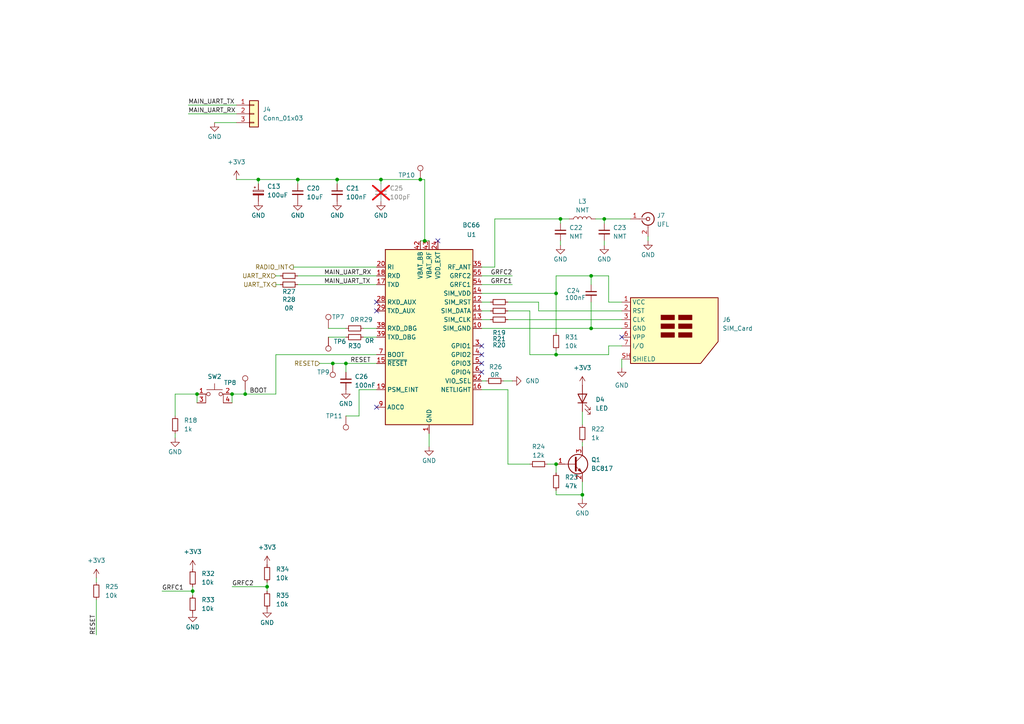
<source format=kicad_sch>
(kicad_sch (version 20250114) (generator "eeschema") (generator_version "9.0")
  (paper "A4")
  (lib_symbols
    (symbol "Connector:Conn_Coaxial" (pin_names (offset 1.016) (hide yes))
      (property "Reference" "J" (at 0.254 3.048 0))
      (property "Value" "Conn_Coaxial" (at 2.921 0 90))
      (symbol "Conn_Coaxial_0_1"
        (polyline (pts (xy -2.54 0) (xy -0.508 0)))
        (arc (start 1.778 0) (mid 0.222 -1.8079) (end -1.778 -0.508) (stroke (width 0.254)))
        (arc (start -1.778 0.508) (mid 0.2221 1.8084) (end 1.778 0) (stroke (width 0.254)))
        (circle (center 0 0) (radius 0.508) (stroke (width 0.2032)))
        (polyline (pts (xy 0 -2.54) (xy 0 -1.778)))
      )
      (symbol "Conn_Coaxial_1_1"
        (pin passive line (at -5.08 0 0) (length 2.54) (name "In") (number "1"))
        (pin passive line (at 0 -5.08 90) (length 2.54) (name "Ext") (number "2"))
      )
    )
    (symbol "Connector:SIM_Card"
      (property "Reference" "J6" (at 16.51 2.5401 0))
      (property "Value" "SIM_Card" (at 16.51 0.0001 0))
      (symbol "SIM_Card_0_1"
        (polyline (pts (xy -10.16 8.89) (xy 15.24 8.89) (xy 15.24 -3.81) (xy 10.16 -10.16) (xy -10.16 -10.16) (xy -10.16 8.89)) (stroke (width 0.254)) (fill (type background)))
        (rectangle (start -1.27 2.54) (end 2.54 3.81) (stroke (width 0.254)) (fill (type outline)))
        (rectangle (start -1.27 0) (end 2.54 1.27) (stroke (width 0.254)) (fill (type outline)))
        (rectangle (start -1.27 -2.54) (end 2.54 -1.27) (stroke (width 0.254)) (fill (type outline)))
        (rectangle (start 3.81 2.54) (end 7.62 3.81) (stroke (width 0.254)) (fill (type outline)))
        (rectangle (start 3.81 0) (end 7.62 1.27) (stroke (width 0.254)) (fill (type outline)))
        (rectangle (start 3.81 -1.27) (end 7.62 -2.54) (stroke (width 0.254)) (fill (type outline)))
      )
      (symbol "SIM_Card_1_1"
        (pin power_in line (at -12.7 7.62 0) (length 2.54) (name "VCC") (number "1"))
        (pin input line (at -12.7 5.08 0) (length 2.54) (name "RST") (number "2"))
        (pin input line (at -12.7 2.54 0) (length 2.54) (name "CLK") (number "3"))
        (pin power_in line (at -12.7 0 0) (length 2.54) (name "GND") (number "5"))
        (pin input line (at -12.7 -2.54 0) (length 2.54) (name "VPP") (number "6"))
        (pin bidirectional line (at -12.7 -5.08 0) (length 2.54) (name "I/O") (number "7"))
        (pin bidirectional line (at -12.7 -8.89 0) (length 2.54) (name "SHIELD") (number "SH"))
      )
    )
    (symbol "Connector:TestPoint" (pin_numbers (hide yes)) (pin_names (offset 0.762) (hide yes))
      (property "Reference" "TP" (at 0 6.858 0))
      (property "Value" "TestPoint" (at 0 5.08 0))
      (symbol "TestPoint_0_1"
        (circle (center 0 3.302) (radius 0.762))
      )
      (symbol "TestPoint_1_1"
        (pin passive line (at 0 0 90) (length 2.54) (name "1") (number "1"))
      )
    )
    (symbol "Connector_Generic:Conn_01x03" (pin_names (offset 1.016) (hide yes))
      (property "Reference" "J" (at 0 5.08 0))
      (property "Value" "Conn_01x03" (at 0 -5.08 0))
      (symbol "Conn_01x03_1_1"
        (rectangle (start -1.27 3.81) (end 1.27 -3.81) (stroke (width 0.254)) (fill (type background)))
        (rectangle (start -1.27 2.667) (end 0 2.413) (stroke (width 0.1524)))
        (rectangle (start -1.27 0.127) (end 0 -0.127) (stroke (width 0.1524)))
        (rectangle (start -1.27 -2.413) (end 0 -2.667) (stroke (width 0.1524)))
        (pin passive line (at -5.08 2.54 0) (length 3.81) (name "Pin_1") (number "1"))
        (pin passive line (at -5.08 0 0) (length 3.81) (name "Pin_2") (number "2"))
        (pin passive line (at -5.08 -2.54 0) (length 3.81) (name "Pin_3") (number "3"))
      )
    )
    (symbol "Device:C_Polarized_Small" (pin_numbers (hide yes)) (pin_names (offset 0.254) (hide yes))
      (property "Reference" "C" (at 0.254 1.778 0))
      (property "Value" "C_Polarized_Small" (at 0.254 -2.032 0))
      (symbol "C_Polarized_Small_0_1"
        (rectangle (start -1.524 0.6858) (end 1.524 0.3048))
        (rectangle (start -1.524 -0.3048) (end 1.524 -0.6858) (fill (type outline)))
        (polyline (pts (xy -1.27 1.524) (xy -0.762 1.524)))
        (polyline (pts (xy -1.016 1.27) (xy -1.016 1.778)))
      )
      (symbol "C_Polarized_Small_1_1"
        (pin passive line (at 0 2.54 270) (length 1.8542) (name "~") (number "1"))
        (pin passive line (at 0 -2.54 90) (length 1.8542) (name "~") (number "2"))
      )
    )
    (symbol "Device:C_Small" (pin_numbers (hide yes)) (pin_names (offset 0.254) (hide yes))
      (property "Reference" "C" (at 0.254 1.778 0))
      (property "Value" "C_Small" (at 0.254 -2.032 0))
      (symbol "C_Small_0_1"
        (polyline (pts (xy -1.524 0.508) (xy 1.524 0.508)) (stroke (width 0.3048)))
        (polyline (pts (xy -1.524 -0.508) (xy 1.524 -0.508)) (stroke (width 0.3302)))
      )
      (symbol "C_Small_1_1"
        (pin passive line (at 0 2.54 270) (length 2.032) (name "~") (number "1"))
        (pin passive line (at 0 -2.54 90) (length 2.032) (name "~") (number "2"))
      )
    )
    (symbol "Device:L" (pin_numbers (hide yes)) (pin_names (offset 1.016) (hide yes))
      (property "Reference" "L" (at -1.27 0 90))
      (property "Value" "L" (at 1.905 0 90))
      (symbol "L_0_1"
        (arc (start 0 2.54) (mid 0.6323 1.905) (end 0 1.27))
        (arc (start 0 1.27) (mid 0.6323 0.635) (end 0 0))
        (arc (start 0 0) (mid 0.6323 -0.635) (end 0 -1.27))
        (arc (start 0 -1.27) (mid 0.6323 -1.905) (end 0 -2.54))
      )
      (symbol "L_1_1"
        (pin passive line (at 0 3.81 270) (length 1.27) (name "1") (number "1"))
        (pin passive line (at 0 -3.81 90) (length 1.27) (name "2") (number "2"))
      )
    )
    (symbol "Device:LED" (pin_numbers (hide yes)) (pin_names (offset 1.016) (hide yes))
      (property "Reference" "D" (at 0 2.54 0))
      (property "Value" "LED" (at 0 -2.54 0))
      (symbol "LED_0_1"
        (polyline (pts (xy -3.048 -0.762) (xy -4.572 -2.286) (xy -3.81 -2.286) (xy -4.572 -2.286) (xy -4.572 -1.524)))
        (polyline (pts (xy -1.778 -0.762) (xy -3.302 -2.286) (xy -2.54 -2.286) (xy -3.302 -2.286) (xy -3.302 -1.524)))
        (polyline (pts (xy -1.27 0) (xy 1.27 0)))
        (polyline (pts (xy -1.27 -1.27) (xy -1.27 1.27)) (stroke (width 0.254)))
        (polyline (pts (xy 1.27 -1.27) (xy 1.27 1.27) (xy -1.27 0) (xy 1.27 -1.27)) (stroke (width 0.254)))
      )
      (symbol "LED_1_1"
        (pin passive line (at -3.81 0 0) (length 2.54) (name "K") (number "1"))
        (pin passive line (at 3.81 0 180) (length 2.54) (name "A") (number "2"))
      )
    )
    (symbol "Device:R_Small" (pin_numbers (hide yes)) (pin_names (offset 0.254) (hide yes))
      (property "Reference" "R" (at 0.762 0.508 0))
      (property "Value" "R_Small" (at 0.762 -1.016 0))
      (symbol "R_Small_0_1"
        (rectangle (start -0.762 1.778) (end 0.762 -1.778) (stroke (width 0.2032)))
      )
      (symbol "R_Small_1_1"
        (pin passive line (at 0 2.54 270) (length 0.762) (name "~") (number "1"))
        (pin passive line (at 0 -2.54 90) (length 0.762) (name "~") (number "2"))
      )
    )
    (symbol "GND_1" (power) (pin_numbers (hide yes)) (pin_names (offset 0) (hide yes))
      (property "Value" "GND" (at 0 -3.81 0))
      (symbol "GND_1_0_1"
        (polyline (pts (xy 0 0) (xy 0 -1.27) (xy 1.27 -1.27) (xy 0 -2.54) (xy -1.27 -1.27) (xy 0 -1.27)))
      )
      (symbol "GND_1_1_1"
        (pin power_in line (at 0 0 270) (length 0) (name "~") (number "1"))
      )
    )
    (symbol "RF_GSM:BC66"
      (property "Reference" "U1" (at -17.526 -29.718 0))
      (property "Value" "BC66" (at -18.796 -26.924 0))
      (symbol "BC66_0_1"
        (rectangle (start -12.7 25.4) (end 12.7 -25.4) (stroke (width 0.254)) (fill (type background)))
      )
      (symbol "BC66_1_1"
        (pin output line (at -15.24 20.32 0) (length 2.54) (name "RI") (number "20"))
        (pin input line (at -15.24 17.78 0) (length 2.54) (name "RXD") (number "18"))
        (pin output line (at -15.24 15.24 0) (length 2.54) (name "TXD") (number "17"))
        (pin input line (at -15.24 10.16 0) (length 2.54) (name "RXD_AUX") (number "28"))
        (pin output line (at -15.24 7.62 0) (length 2.54) (name "TXD_AUX") (number "29"))
        (pin input line (at -15.24 2.54 0) (length 2.54) (name "RXD_DBG") (number "38"))
        (pin output line (at -15.24 0 0) (length 2.54) (name "TXD_DBG") (number "39"))
        (pin input line (at -15.24 -5.08 0) (length 2.54) (name "BOOT") (number "7"))
        (pin input line (at -15.24 -7.62 0) (length 2.54) (name "~{RESET}") (number "15"))
        (pin input line (at -15.24 -15.24 0) (length 2.54) (name "PSM_EINT") (number "19"))
        (pin input line (at -15.24 -20.32 0) (length 2.54) (name "ADC0") (number "9"))
        (pin no_connect line (at -12.7 22.86 0) (length 2.54) (hide yes) (name "RESERVED") (number "8"))
        (pin no_connect line (at -12.7 12.7 0) (length 2.54) (hide yes) (name "RESERVED") (number "21"))
        (pin no_connect line (at -12.7 5.08 0) (length 2.54) (hide yes) (name "RESERVED") (number "22"))
        (pin no_connect line (at -12.7 -2.54 0) (length 2.54) (hide yes) (name "RESERVED") (number "23"))
        (pin no_connect line (at -12.7 -10.16 0) (length 2.54) (hide yes) (name "RESERVED") (number "25"))
        (pin no_connect line (at -12.7 -12.7 0) (length 2.54) (hide yes) (name "RESERVED") (number "51"))
        (pin no_connect line (at -12.7 -17.78 0) (length 2.54) (hide yes) (name "RESERVED") (number "26"))
        (pin no_connect line (at -12.7 -22.86 0) (length 2.54) (hide yes) (name "RESERVED") (number "30"))
        (pin no_connect line (at -10.16 -25.4 90) (length 2.54) (hide yes) (name "RESERVED") (number "31"))
        (pin no_connect line (at -7.62 -25.4 90) (length 2.54) (hide yes) (name "RESERVED") (number "32"))
        (pin no_connect line (at -5.08 25.4 270) (length 2.54) (hide yes) (name "RESERVED") (number "2"))
        (pin no_connect line (at -5.08 -25.4 90) (length 2.54) (hide yes) (name "RESERVED") (number "33"))
        (pin power_in line (at -2.54 27.94 270) (length 2.54) (name "VBAT_BB") (number "42"))
        (pin no_connect line (at -2.54 -25.4 90) (length 2.54) (hide yes) (name "RESERVED") (number "44"))
        (pin power_in line (at 0 27.94 270) (length 2.54) (name "VBAT_RF") (number "43"))
        (pin power_in line (at 0 -27.94 90) (length 2.54) (name "GND") (number "1"))
        (pin passive line (at 0 -27.94 90) (length 2.54) (hide yes) (name "GND") (number "27"))
        (pin passive line (at 0 -27.94 90) (length 2.54) (hide yes) (name "GND") (number "34"))
        (pin passive line (at 0 -27.94 90) (length 2.54) (hide yes) (name "GND") (number "36"))
        (pin passive line (at 0 -27.94 90) (length 2.54) (hide yes) (name "GND") (number "37"))
        (pin passive line (at 0 -27.94 90) (length 2.54) (hide yes) (name "GND") (number "40"))
        (pin passive line (at 0 -27.94 90) (length 2.54) (hide yes) (name "GND") (number "41"))
        (pin power_out line (at 2.54 27.94 270) (length 2.54) (name "VDD_EXT") (number "24"))
        (pin no_connect line (at 5.08 25.4 270) (length 2.54) (hide yes) (name "RESERVED") (number "58"))
        (pin no_connect line (at 5.08 -25.4 90) (length 2.54) (hide yes) (name "RESERVED") (number "45"))
        (pin no_connect line (at 7.62 -25.4 90) (length 2.54) (hide yes) (name "RESERVED") (number "46"))
        (pin no_connect line (at 10.16 -25.4 90) (length 2.54) (hide yes) (name "RESERVED") (number "47"))
        (pin no_connect line (at 12.7 22.86 180) (length 2.54) (hide yes) (name "RESERVED") (number "57"))
        (pin no_connect line (at 12.7 15.24 180) (length 2.54) (hide yes) (name "RESERVED") (number "56"))
        (pin no_connect line (at 12.7 0 180) (length 2.54) (hide yes) (name "RESERVED") (number "53"))
        (pin no_connect line (at 12.7 -17.78 180) (length 2.54) (hide yes) (name "RESERVED") (number "50"))
        (pin no_connect line (at 12.7 -20.32 180) (length 2.54) (hide yes) (name "RESERVED") (number "49"))
        (pin no_connect line (at 12.7 -22.86 180) (length 2.54) (hide yes) (name "RESERVED") (number "48"))
        (pin passive line (at 15.24 20.32 180) (length 2.54) (name "RF_ANT") (number "35"))
        (pin bidirectional line (at 15.24 17.78 180) (length 2.54) (name "GRFC2") (number "55"))
        (pin bidirectional line (at 15.24 15.24 180) (length 2.54) (name "GRFC1") (number "54"))
        (pin power_out line (at 15.24 12.7 180) (length 2.54) (name "SIM_VDD") (number "14"))
        (pin output line (at 15.24 10.16 180) (length 2.54) (name "SIM_RST") (number "12"))
        (pin bidirectional line (at 15.24 7.62 180) (length 2.54) (name "SIM_DATA") (number "11"))
        (pin output line (at 15.24 5.08 180) (length 2.54) (name "SIM_CLK") (number "13"))
        (pin power_out line (at 15.24 2.54 180) (length 2.54) (name "SIM_GND") (number "10"))
        (pin input line (at 15.24 -2.54 180) (length 2.54) (name "GPIO1") (number "3"))
        (pin output line (at 15.24 -5.08 180) (length 2.54) (name "GPIO2") (number "4"))
        (pin output line (at 15.24 -7.62 180) (length 2.54) (name "GPIO3") (number "5"))
        (pin output line (at 15.24 -10.16 180) (length 2.54) (name "GPIO4") (number "6"))
        (pin input line (at 15.24 -12.7 180) (length 2.54) (name "VIO_SEL") (number "52"))
        (pin output line (at 15.24 -15.24 180) (length 2.54) (name "NETLIGHT") (number "16"))
      )
    )
    (symbol "Switch:SW_MEC_5E" (pin_names (offset 1.016) (hide yes))
      (property "Reference" "SW2" (at 0 7.62 0))
      (symbol "SW_MEC_5E_0_1"
        (polyline (pts (xy -2.54 0) (xy -2.54 2.54) (xy -2.286 2.54)))
        (polyline (pts (xy -2.286 3.81) (xy 2.286 3.81)))
        (circle (center -1.778 2.54) (radius 0.508))
        (polyline (pts (xy 0 3.81) (xy 0 5.588)))
        (circle (center 1.778 2.54) (radius 0.508))
        (polyline (pts (xy 2.54 0) (xy 2.54 2.54) (xy 2.286 2.54)))
        (pin passive line (at -5.08 2.54 0) (length 2.54) (name "1") (number "1"))
      )
      (symbol "SW_MEC_5E_1_1"
        (pin passive line (at -5.08 0 0) (length 2.54) (name "3") (number "3"))
        (pin passive line (at 5.08 2.54 180) (length 2.54) (name "A") (number "2"))
        (pin passive line (at 5.08 0 180) (length 2.54) (name "4") (number "4"))
      )
    )
    (symbol "Transistor_BJT:BC817" (pin_names (offset 0) (hide yes))
      (property "Reference" "Q" (at 5.08 1.905 0))
      (property "Value" "BC817" (at 5.08 0 0))
      (symbol "BC817_0_1"
        (polyline (pts (xy -2.54 0) (xy 0.635 0)))
        (polyline (pts (xy 0.635 1.905) (xy 0.635 -1.905)) (stroke (width 0.508)))
        (circle (center 1.27 0) (radius 2.8194) (stroke (width 0.254)))
      )
      (symbol "BC817_1_1"
        (polyline (pts (xy 0.635 0.635) (xy 2.54 2.54)))
        (polyline (pts (xy 0.635 -0.635) (xy 2.54 -2.54)))
        (polyline (pts (xy 1.27 -1.778) (xy 1.778 -1.27) (xy 2.286 -2.286) (xy 1.27 -1.778)) (fill (type outline)))
        (pin input line (at -5.08 0 0) (length 2.54) (name "B") (number "1"))
        (pin passive line (at 2.54 5.08 270) (length 2.54) (name "C") (number "3"))
        (pin passive line (at 2.54 -5.08 90) (length 2.54) (name "E") (number "2"))
      )
    )
    (symbol "power:+3V3" (power) (pin_numbers (hide yes)) (pin_names (offset 0) (hide yes))
      (property "Value" "+3V3" (at 0 3.556 0))
      (symbol "+3V3_0_1"
        (polyline (pts (xy -0.762 1.27) (xy 0 2.54)))
        (polyline (pts (xy 0 2.54) (xy 0.762 1.27)))
        (polyline (pts (xy 0 0) (xy 0 2.54)))
      )
      (symbol "+3V3_1_1"
        (pin power_in line (at 0 0 90) (length 0) (name "~") (number "1"))
      )
    )
    (symbol "power:GND" (power) (pin_names (offset 0))
      (property "Value" "GND" (at 0 -3.81 0))
      (symbol "GND_0_1"
        (polyline (pts (xy 0 0) (xy 0 -1.27) (xy 1.27 -1.27) (xy 0 -2.54) (xy -1.27 -1.27) (xy 0 -1.27)))
      )
      (symbol "GND_1_1"
        (pin power_in line (at 0 0 270) (length 0) (hide yes) (name "GND") (number "1"))
      )
    )
  )
  (junction (at 77.47 170.18))
  (junction (at 110.49 52.07))
  (junction (at 161.29 102.87))
  (junction (at 171.45 80.01))
  (junction (at 175.26 63.5))
  (junction (at 71.12 114.3))
  (junction (at 67.31 114.3))
  (junction (at 100.33 105.41))
  (junction (at 55.88 171.45))
  (junction (at 123.19 69.85))
  (junction (at 86.36 52.07))
  (junction (at 162.56 63.5))
  (junction (at 97.79 52.07))
  (junction (at 121.92 52.07))
  (junction (at 74.93 52.07))
  (junction (at 161.29 85.09))
  (junction (at 171.45 95.25))
  (junction (at 96.52 105.41))
  (junction (at 161.29 134.62))
  (junction (at 57.15 114.3))
  (junction (at 168.91 143.51))
  (no_connect (at 109.22 87.63))
  (no_connect (at 180.34 97.79))
  (no_connect (at 109.22 118.11))
  (no_connect (at 139.7 100.33))
  (no_connect (at 139.7 107.95))
  (no_connect (at 139.7 105.41))
  (no_connect (at 139.7 102.87))
  (no_connect (at 127 69.85))
  (no_connect (at 109.22 90.17))
  (wire (pts (xy 139.7 90.17) (xy 142.24 90.17)))
  (wire (pts (xy 123.19 52.07) (xy 123.19 69.85)))
  (wire (pts (xy 85.09 77.47) (xy 109.22 77.47)))
  (wire (pts (xy 175.26 63.5) (xy 182.88 63.5)))
  (wire (pts (xy 153.67 102.87) (xy 161.29 102.87)))
  (wire (pts (xy 171.45 80.01) (xy 176.53 80.01)))
  (wire (pts (xy 92.71 105.41) (xy 96.52 105.41)))
  (wire (pts (xy 121.92 52.07) (xy 123.19 52.07)))
  (wire (pts (xy 139.7 85.09) (xy 161.29 85.09)))
  (wire (pts (xy 161.29 143.51) (xy 168.91 143.51)))
  (wire (pts (xy 67.31 170.18) (xy 77.47 170.18)))
  (wire (pts (xy 156.21 90.17) (xy 156.21 87.63)))
  (wire (pts (xy 124.46 129.54) (xy 124.46 125.73)))
  (wire (pts (xy 105.41 95.25) (xy 109.22 95.25)))
  (wire (pts (xy 171.45 95.25) (xy 180.34 95.25)))
  (wire (pts (xy 80.01 82.55) (xy 81.28 82.55)))
  (wire (pts (xy 142.24 87.63) (xy 139.7 87.63)))
  (wire (pts (xy 55.88 171.45) (xy 55.88 172.72)))
  (wire (pts (xy 168.91 119.38) (xy 168.91 123.19)))
  (wire (pts (xy 67.31 114.3) (xy 67.31 116.84)))
  (wire (pts (xy 143.51 77.47) (xy 143.51 63.5)))
  (wire (pts (xy 156.21 87.63) (xy 147.32 87.63)))
  (wire (pts (xy 147.32 134.62) (xy 153.67 134.62)))
  (wire (pts (xy 104.14 113.03) (xy 109.22 113.03)))
  (wire (pts (xy 80.01 80.01) (xy 81.28 80.01)))
  (wire (pts (xy 176.53 87.63) (xy 176.53 80.01)))
  (wire (pts (xy 168.91 128.27) (xy 168.91 129.54)))
  (wire (pts (xy 153.67 90.17) (xy 147.32 90.17)))
  (wire (pts (xy 158.75 134.62) (xy 161.29 134.62)))
  (wire (pts (xy 161.29 80.01) (xy 171.45 80.01)))
  (wire (pts (xy 86.36 52.07) (xy 74.93 52.07)))
  (wire (pts (xy 50.8 120.65) (xy 50.8 114.3)))
  (wire (pts (xy 161.29 80.01) (xy 161.29 85.09)))
  (wire (pts (xy 27.94 184.15) (xy 27.94 173.99)))
  (wire (pts (xy 162.56 71.12) (xy 162.56 69.85)))
  (wire (pts (xy 68.58 52.07) (xy 74.93 52.07)))
  (wire (pts (xy 165.1 63.5) (xy 162.56 63.5)))
  (wire (pts (xy 27.94 167.64) (xy 27.94 168.91)))
  (wire (pts (xy 80.01 114.3) (xy 80.01 102.87)))
  (wire (pts (xy 46.99 171.45) (xy 55.88 171.45)))
  (wire (pts (xy 176.53 102.87) (xy 176.53 100.33)))
  (wire (pts (xy 86.36 82.55) (xy 109.22 82.55)))
  (wire (pts (xy 86.36 53.34) (xy 86.36 52.07)))
  (wire (pts (xy 71.12 113.03) (xy 71.12 114.3)))
  (wire (pts (xy 74.93 53.34) (xy 74.93 52.07)))
  (wire (pts (xy 100.33 120.65) (xy 104.14 120.65)))
  (wire (pts (xy 180.34 106.68) (xy 180.34 104.14)))
  (wire (pts (xy 110.49 52.07) (xy 97.79 52.07)))
  (wire (pts (xy 105.41 97.79) (xy 109.22 97.79)))
  (wire (pts (xy 80.01 102.87) (xy 109.22 102.87)))
  (wire (pts (xy 171.45 87.63) (xy 171.45 95.25)))
  (wire (pts (xy 97.79 53.34) (xy 97.79 52.07)))
  (wire (pts (xy 95.25 97.79) (xy 100.33 97.79)))
  (wire (pts (xy 96.52 105.41) (xy 100.33 105.41)))
  (wire (pts (xy 55.88 171.45) (xy 55.88 170.18)))
  (wire (pts (xy 148.59 82.55) (xy 139.7 82.55)))
  (wire (pts (xy 77.47 170.18) (xy 77.47 168.91)))
  (wire (pts (xy 175.26 71.12) (xy 175.26 69.85)))
  (wire (pts (xy 121.92 69.85) (xy 123.19 69.85)))
  (wire (pts (xy 50.8 125.73) (xy 50.8 127)))
  (wire (pts (xy 139.7 77.47) (xy 143.51 77.47)))
  (wire (pts (xy 100.33 107.95) (xy 100.33 105.41)))
  (wire (pts (xy 153.67 90.17) (xy 153.67 102.87)))
  (wire (pts (xy 175.26 64.77) (xy 175.26 63.5)))
  (wire (pts (xy 71.12 114.3) (xy 67.31 114.3)))
  (wire (pts (xy 97.79 52.07) (xy 86.36 52.07)))
  (wire (pts (xy 104.14 120.65) (xy 104.14 113.03)))
  (wire (pts (xy 110.49 53.34) (xy 110.49 52.07)))
  (wire (pts (xy 71.12 114.3) (xy 80.01 114.3)))
  (wire (pts (xy 168.91 144.78) (xy 168.91 143.51)))
  (wire (pts (xy 95.25 95.25) (xy 100.33 95.25)))
  (wire (pts (xy 161.29 101.6) (xy 161.29 102.87)))
  (wire (pts (xy 139.7 95.25) (xy 171.45 95.25)))
  (wire (pts (xy 176.53 100.33) (xy 180.34 100.33)))
  (wire (pts (xy 148.59 110.49) (xy 146.05 110.49)))
  (wire (pts (xy 147.32 92.71) (xy 180.34 92.71)))
  (wire (pts (xy 171.45 82.55) (xy 171.45 80.01)))
  (wire (pts (xy 110.49 52.07) (xy 121.92 52.07)))
  (wire (pts (xy 161.29 102.87) (xy 176.53 102.87)))
  (wire (pts (xy 147.32 113.03) (xy 147.32 134.62)))
  (wire (pts (xy 175.26 63.5) (xy 172.72 63.5)))
  (wire (pts (xy 180.34 87.63) (xy 176.53 87.63)))
  (wire (pts (xy 156.21 90.17) (xy 180.34 90.17)))
  (wire (pts (xy 50.8 114.3) (xy 57.15 114.3)))
  (wire (pts (xy 54.61 33.02) (xy 68.58 33.02)))
  (wire (pts (xy 62.23 35.56) (xy 68.58 35.56)))
  (wire (pts (xy 139.7 92.71) (xy 142.24 92.71)))
  (wire (pts (xy 139.7 113.03) (xy 147.32 113.03)))
  (wire (pts (xy 162.56 63.5) (xy 162.56 64.77)))
  (wire (pts (xy 161.29 85.09) (xy 161.29 96.52)))
  (wire (pts (xy 139.7 110.49) (xy 140.97 110.49)))
  (wire (pts (xy 77.47 170.18) (xy 77.47 171.45)))
  (wire (pts (xy 143.51 63.5) (xy 162.56 63.5)))
  (wire (pts (xy 123.19 69.85) (xy 124.46 69.85)))
  (wire (pts (xy 161.29 142.24) (xy 161.29 143.51)))
  (wire (pts (xy 100.33 105.41) (xy 109.22 105.41)))
  (wire (pts (xy 148.59 80.01) (xy 139.7 80.01)))
  (wire (pts (xy 54.61 30.48) (xy 68.58 30.48)))
  (wire (pts (xy 161.29 137.16) (xy 161.29 134.62)))
  (wire (pts (xy 57.15 114.3) (xy 57.15 116.84)))
  (wire (pts (xy 168.91 143.51) (xy 168.91 139.7)))
  (wire (pts (xy 86.36 80.01) (xy 109.22 80.01)))
  (wire (pts (xy 187.96 69.85) (xy 187.96 68.58)))
  (label "GRFC1" (at 46.99 171.45 0))
  (label "RESET" (at 101.6 105.41 0))
  (label "RESET" (at 27.94 184.15 90))
  (label "MAIN_UART_RX" (at 93.98 80.01 0))
  (label "MAIN_UART_TX" (at 93.98 82.55 0))
  (label "MAIN_UART_TX" (at 54.61 30.48 0))
  (label "GRFC1" (at 148.59 82.55 180))
  (label "BOOT" (at 77.47 114.3 180))
  (label "MAIN_UART_RX" (at 54.61 33.02 0))
  (label "GRFC2" (at 148.59 80.01 180))
  (label "GRFC2" (at 67.31 170.18 0))
  (hierarchical_label "RESET" (shape input) (at 92.71 105.41 180))
  (hierarchical_label "RADIO_INT" (shape output) (at 85.09 77.47 180))
  (hierarchical_label "UART_RX" (shape input) (at 80.01 80.01 180))
  (hierarchical_label "UART_TX" (shape output) (at 80.01 82.55 180))
  (symbol (lib_id "Device:R_Small") (at 161.29 139.7 0) (unit 1)
    (property "Reference" "R23" (at 163.83 138.4299 0) (effects (justify left)))
    (property "Value" "47k" (at 163.83 140.9699 0) (effects (justify left)))
    (property "Footprint" "Resistor_SMD:R_0603_1608Metric" (effects (hide yes)))
    (property "Description" "Resistor, small symbol" (effects (hide yes)))
  )
  (symbol (lib_id "Device:R_Small") (at 55.88 167.64 0) (unit 1)
    (property "Reference" "R32" (at 58.42 166.3699 0) (effects (justify left)))
    (property "Value" "10k" (at 58.42 168.9099 0) (effects (justify left)))
    (property "Footprint" "Resistor_SMD:R_0603_1608Metric" (effects (hide yes)))
    (property "Description" "Resistor, small symbol" (effects (hide yes)))
  )
  (symbol (lib_id "Connector_Generic:Conn_01x03") (at 73.66 33.02 0) (unit 1)
    (property "Reference" "J4" (at 76.2 31.7499 0) (effects (justify left)))
    (property "Value" "Conn_01x03" (at 76.2 34.2899 0) (effects (justify left)))
    (property "Footprint" "Connector_PinHeader_2.54mm:PinHeader_1x03_P2.54mm_Horizontal" (effects (hide yes)))
    (property "Description" "Generic connector, single row, 01x03, script generated (kicad-library-utils/schlib/autogen/connector/)" (effects (hide yes)))
  )
  (symbol (lib_id "power:GND") (at 124.46 129.54 0) (unit 1)
    (property "Reference" "#PWR065" (effects (hide yes)))
    (property "Value" "GND" (at 124.46 133.604 0))
    (property "Description" "Power symbol creates a global label with name \"GND\" , ground" (effects (hide yes)))
  )
  (symbol (lib_id "Device:R_Small") (at 168.91 125.73 0) (unit 1)
    (property "Reference" "R22" (at 171.45 124.4599 0) (effects (justify left)))
    (property "Value" "1k" (at 171.45 126.9999 0) (effects (justify left)))
    (property "Footprint" "Resistor_SMD:R_0603_1608Metric" (effects (hide yes)))
    (property "Description" "Resistor, small symbol" (effects (hide yes)))
  )
  (symbol (lib_id "Device:R_Small") (at 50.8 123.19 0) (unit 1)
    (property "Reference" "R18" (at 53.34 121.9199 0) (effects (justify left)))
    (property "Value" "1k" (at 53.34 124.4599 0) (effects (justify left)))
    (property "Footprint" "Resistor_SMD:R_0603_1608Metric" (effects (hide yes)))
    (property "Description" "Resistor, small symbol" (effects (hide yes)))
  )
  (symbol (lib_id "RF_GSM:BC66") (at 124.46 97.79 0) (unit 1)
    (property "Reference" "U1" (at 135.382 68.072 0) (effects (justify left)))
    (property "Value" "BC66" (at 134.112 65.278 0) (effects (justify left)))
    (property "Footprint" "RF_GSM:Quectel_BC66" (effects (hide yes)))
    (property "Datasheet" "https://www.quectel.com/UploadImage/Downlad/Quectel_BC66_Hardware_Design_V1.1.pdf" (effects (hide yes)))
    (property "Description" "Quectel NB-IoT Global, AT Command Set" (effects (hide yes)))
  )
  (symbol (lib_id "Switch:SW_MEC_5E") (at 62.23 116.84 0) (unit 1)
    (property "Reference" "SW2" (at 62.23 109.22 0))
    (property "Value" "SW_MEC_5E" (effects (hide yes)))
    (property "Footprint" "Button_Switch_SMD:SW_SPST_SKQG_WithStem" (effects (hide yes)))
    (property "Datasheet" "http://www.apem.com/int/index.php?controller=attachment&id_attachment=1371" (effects (hide yes)))
    (property "Description" "MEC 5E single pole normally-open tactile switch" (effects (hide yes)))
  )
  (symbol (lib_id "power:GND") (at 168.91 144.78 0) (unit 1)
    (property "Reference" "#PWR064" (effects (hide yes)))
    (property "Value" "GND" (at 168.91 148.844 0))
    (property "Description" "Power symbol creates a global label with name \"GND\" , ground" (effects (hide yes)))
  )
  (symbol (lib_id "Device:R_Small") (at 83.82 80.01 90) (unit 1)
    (property "Reference" "R27" (at 83.82 84.582 90))
    (property "Value" "0R" (effects (hide yes)))
    (property "Footprint" "Resistor_SMD:R_0603_1608Metric" (effects (hide yes)))
    (property "Description" "Resistor, small symbol" (effects (hide yes)))
  )
  (symbol (lib_id "Device:C_Small") (at 100.33 110.49 0) (unit 1)
    (property "Reference" "C26" (at 102.87 109.2262 0) (effects (justify left)))
    (property "Value" "100nF" (at 102.87 111.7662 0) (effects (justify left)))
    (property "Footprint" "Capacitor_SMD:C_0603_1608Metric_Pad1.08x0.95mm_HandSolder" (effects (hide yes)))
    (property "Description" "Unpolarized capacitor, small symbol" (effects (hide yes)))
  )
  (symbol (lib_id "Device:R_Small") (at 143.51 110.49 270) (unit 1)
    (property "Reference" "R26" (at 143.764 106.426 90))
    (property "Value" "0R" (at 143.51 108.712 90))
    (property "Footprint" "Resistor_SMD:R_0402_1005Metric_Pad0.72x0.64mm_HandSolder" (effects (hide yes)))
    (property "Description" "Resistor, small symbol" (effects (hide yes)))
  )
  (symbol (lib_id "Device:C_Small") (at 110.49 55.88 0) (unit 1) (dnp yes)
    (property "Reference" "C25" (at 113.03 54.6162 0) (effects (justify left)))
    (property "Value" "100pF" (at 113.03 57.1562 0) (effects (justify left)))
    (property "Footprint" "Capacitor_SMD:C_0603_1608Metric_Pad1.08x0.95mm_HandSolder" (effects (hide yes)))
    (property "Description" "Unpolarized capacitor, small symbol" (effects (hide yes)))
  )
  (symbol (lib_id "Device:R_Small") (at 102.87 95.25 90) (unit 1)
    (property "Reference" "R29" (at 106.172 92.71 90))
    (property "Value" "0R" (at 102.87 92.71 90))
    (property "Footprint" "Resistor_SMD:R_0603_1608Metric" (effects (hide yes)))
    (property "Description" "Resistor, small symbol" (effects (hide yes)))
  )
  (symbol (lib_id "power:GND") (at 62.23 35.56 0) (unit 1)
    (property "Reference" "#PWR046" (effects (hide yes)))
    (property "Value" "GND" (at 62.23 39.624 0))
    (property "Description" "Power symbol creates a global label with name \"GND\" , ground" (effects (hide yes)))
  )
  (symbol (lib_id "power:+3V3") (at 27.94 167.64 0) (unit 1)
    (property "Reference" "#PWR067" (effects (hide yes)))
    (property "Value" "+3V3" (at 27.94 162.56 0))
    (property "Description" "Power symbol creates a global label with name \"+3V3\"" (effects (hide yes)))
  )
  (symbol (lib_id "power:GND") (at 50.8 127 0) (unit 1)
    (property "Reference" "#PWR048" (effects (hide yes)))
    (property "Value" "GND" (at 50.8 131.064 0))
    (property "Description" "Power symbol creates a global label with name \"GND\" , ground" (effects (hide yes)))
  )
  (symbol (lib_id "Device:R_Small") (at 102.87 97.79 90) (unit 1)
    (property "Reference" "R30" (at 102.87 100.33 90))
    (property "Value" "0R" (at 107.188 98.806 90))
    (property "Footprint" "Resistor_SMD:R_0603_1608Metric" (effects (hide yes)))
    (property "Description" "Resistor, small symbol" (effects (hide yes)))
  )
  (symbol (lib_id "Device:R_Small") (at 144.78 87.63 270) (unit 1)
    (property "Reference" "R19" (at 144.78 96.52 90))
    (property "Value" "22R" (effects (hide yes)))
    (property "Footprint" "Resistor_SMD:R_0603_1608Metric" (effects (hide yes)))
    (property "Description" "Resistor, small symbol" (effects (hide yes)))
  )
  (symbol (lib_id "Device:R_Small") (at 83.82 82.55 90) (unit 1)
    (property "Reference" "R28" (at 83.82 86.868 90))
    (property "Value" "0R" (at 83.82 89.408 90))
    (property "Footprint" "Resistor_SMD:R_0603_1608Metric" (effects (hide yes)))
    (property "Description" "Resistor, small symbol" (effects (hide yes)))
  )
  (symbol (lib_id "Device:C_Small") (at 97.79 55.88 0) (unit 1)
    (property "Reference" "C21" (at 100.33 54.6162 0) (effects (justify left)))
    (property "Value" "100nF" (at 100.33 57.1562 0) (effects (justify left)))
    (property "Footprint" "Capacitor_SMD:C_0603_1608Metric_Pad1.08x0.95mm_HandSolder" (effects (hide yes)))
    (property "Description" "Unpolarized capacitor, small symbol" (effects (hide yes)))
  )
  (symbol (lib_id "Connector:Conn_Coaxial") (at 187.96 63.5 0) (unit 1)
    (property "Reference" "J7" (at 190.5 62.5231 0) (effects (justify left)))
    (property "Value" "UFL" (at 190.5 65.0631 0) (effects (justify left)))
    (property "Footprint" "Connector_Coaxial:U.FL_Hirose_U.FL-R-SMT-1_Vertical" (effects (hide yes)))
    (property "Datasheet" "https://www.tme.eu/pl/details/u.fl-r-smt-1-80_c/zlacza-mikro/hirose/u-fl-r-smt-1-80/" (effects (hide yes)))
    (property "Description" "coaxial connector (BNC, SMA, SMB, SMC, Cinch/RCA, LEMO, ...)" (effects (hide yes)))
  )
  (symbol (lib_id "power:+3V3") (at 68.58 52.07 0) (unit 1)
    (property "Reference" "#PWR059" (effects (hide yes)))
    (property "Value" "+3V3" (at 68.58 46.99 0))
    (property "Description" "Power symbol creates a global label with name \"+3V3\"" (effects (hide yes)))
  )
  (symbol (lib_id "power:GND") (at 100.33 113.03 0) (unit 1)
    (property "Reference" "#PWR049" (effects (hide yes)))
    (property "Value" "GND" (at 100.33 117.094 0))
    (property "Description" "Power symbol creates a global label with name \"GND\" , ground" (effects (hide yes)))
  )
  (symbol (lib_id "Device:R_Small") (at 77.47 166.37 0) (unit 1)
    (property "Reference" "R34" (at 80.01 165.0999 0) (effects (justify left)))
    (property "Value" "10k" (at 80.01 167.6399 0) (effects (justify left)))
    (property "Footprint" "Resistor_SMD:R_0603_1608Metric" (effects (hide yes)))
    (property "Description" "Resistor, small symbol" (effects (hide yes)))
  )
  (symbol (lib_name "GND_1") (lib_id "power:GND") (at 148.59 110.49 90) (unit 1)
    (property "Reference" "#PWR038" (effects (hide yes)))
    (property "Value" "GND" (at 152.4 110.4899 90) (effects (justify right)))
    (property "Description" "Power symbol creates a global label with name \"GND\" , ground" (effects (hide yes)))
  )
  (symbol (lib_name "GND_1") (lib_id "power:GND") (at 180.34 106.68 0) (unit 1)
    (property "Reference" "#PWR040" (effects (hide yes)))
    (property "Value" "GND" (at 180.34 111.76 0))
    (property "Description" "Power symbol creates a global label with name \"GND\" , ground" (effects (hide yes)))
  )
  (symbol (lib_id "Device:C_Small") (at 86.36 55.88 0) (unit 1)
    (property "Reference" "C20" (at 88.9 54.6162 0) (effects (justify left)))
    (property "Value" "10uF" (at 88.9 57.1562 0) (effects (justify left)))
    (property "Footprint" "Capacitor_SMD:C_0603_1608Metric_Pad1.08x0.95mm_HandSolder" (effects (hide yes)))
    (property "Description" "Unpolarized capacitor, small symbol" (effects (hide yes)))
  )
  (symbol (lib_id "Device:LED") (at 168.91 115.57 90) (unit 1)
    (property "Reference" "D4" (at 172.72 115.8874 90) (effects (justify right)))
    (property "Value" "LED" (at 172.72 118.4274 90) (effects (justify right)))
    (property "Footprint" "LED_SMD:LED_0603_1608Metric" (effects (hide yes)))
    (property "Description" "Light emitting diode" (effects (hide yes)))
    (property "Sim.Pins" "1=K 2=A" (effects (hide yes)))
  )
  (symbol (lib_id "power:GND") (at 175.26 71.12 0) (unit 1)
    (property "Reference" "#PWR061" (effects (hide yes)))
    (property "Value" "GND" (at 175.26 75.184 0))
    (property "Description" "Power symbol creates a global label with name \"GND\" , ground" (effects (hide yes)))
  )
  (symbol (lib_id "power:+3V3") (at 55.88 165.1 0) (unit 1)
    (property "Reference" "#PWR068" (effects (hide yes)))
    (property "Value" "+3V3" (at 55.88 160.02 0))
    (property "Description" "Power symbol creates a global label with name \"+3V3\"" (effects (hide yes)))
  )
  (symbol (lib_id "power:GND") (at 55.88 177.8 0) (unit 1)
    (property "Reference" "#PWR050" (effects (hide yes)))
    (property "Value" "GND" (at 55.88 181.864 0))
    (property "Description" "Power symbol creates a global label with name \"GND\" , ground" (effects (hide yes)))
  )
  (symbol (lib_id "Device:R_Small") (at 156.21 134.62 90) (unit 1)
    (property "Reference" "R24" (at 156.21 129.54 90))
    (property "Value" "12k" (at 156.21 132.08 90))
    (property "Footprint" "Resistor_SMD:R_0603_1608Metric" (effects (hide yes)))
    (property "Description" "Resistor, small symbol" (effects (hide yes)))
  )
  (symbol (lib_id "power:GND") (at 162.56 71.12 0) (unit 1)
    (property "Reference" "#PWR060" (effects (hide yes)))
    (property "Value" "GND" (at 162.56 75.184 0))
    (property "Description" "Power symbol creates a global label with name \"GND\" , ground" (effects (hide yes)))
  )
  (symbol (lib_id "power:GND") (at 74.93 58.42 0) (unit 1)
    (property "Reference" "#PWR056" (effects (hide yes)))
    (property "Value" "GND" (at 74.93 62.484 0))
    (property "Description" "Power symbol creates a global label with name \"GND\" , ground" (effects (hide yes)))
  )
  (symbol (lib_id "power:GND") (at 97.79 58.42 0) (unit 1)
    (property "Reference" "#PWR058" (effects (hide yes)))
    (property "Value" "GND" (at 97.79 62.484 0))
    (property "Description" "Power symbol creates a global label with name \"GND\" , ground" (effects (hide yes)))
  )
  (symbol (lib_id "Device:C_Small") (at 162.56 67.31 0) (unit 1)
    (property "Reference" "C22" (at 165.1 66.0462 0) (effects (justify left)))
    (property "Value" "NMT" (at 165.1 68.5862 0) (effects (justify left)))
    (property "Footprint" "Capacitor_SMD:C_0402_1005Metric" (effects (hide yes)))
    (property "Description" "Unpolarized capacitor, small symbol" (effects (hide yes)))
  )
  (symbol (lib_id "Device:R_Small") (at 55.88 175.26 0) (unit 1)
    (property "Reference" "R33" (at 58.42 173.9899 0) (effects (justify left)))
    (property "Value" "10k" (at 58.42 176.5299 0) (effects (justify left)))
    (property "Footprint" "Resistor_SMD:R_0603_1608Metric" (effects (hide yes)))
    (property "Description" "Resistor, small symbol" (effects (hide yes)))
  )
  (symbol (lib_id "Device:R_Small") (at 27.94 171.45 0) (unit 1)
    (property "Reference" "R25" (at 30.48 170.1799 0) (effects (justify left)))
    (property "Value" "10k" (at 30.48 172.7199 0) (effects (justify left)))
    (property "Footprint" "Resistor_SMD:R_0603_1608Metric" (effects (hide yes)))
    (property "Description" "Resistor, small symbol" (effects (hide yes)))
  )
  (symbol (lib_id "power:+3V3") (at 77.47 163.83 0) (unit 1)
    (property "Reference" "#PWR069" (effects (hide yes)))
    (property "Value" "+3V3" (at 77.47 158.75 0))
    (property "Description" "Power symbol creates a global label with name \"+3V3\"" (effects (hide yes)))
  )
  (symbol (lib_id "Connector:SIM_Card") (at 193.04 95.25 0) (unit 1)
    (property "Reference" "J6" (at 209.55 92.7099 0) (effects (justify left)))
    (property "Value" "SIM_Card" (at 209.55 95.2499 0) (effects (justify left)))
    (property "Footprint" "Connector_Card:nanoSIM_GCT_SIM8060-6-0-14-00" (effects (hide yes)))
    (property "Description" "SIM Card" (effects (hide yes)))
  )
  (symbol (lib_id "Device:C_Small") (at 175.26 67.31 0) (unit 1)
    (property "Reference" "C23" (at 177.8 66.0462 0) (effects (justify left)))
    (property "Value" "NMT" (at 177.8 68.5862 0) (effects (justify left)))
    (property "Footprint" "Capacitor_SMD:C_0402_1005Metric" (effects (hide yes)))
    (property "Description" "Unpolarized capacitor, small symbol" (effects (hide yes)))
  )
  (symbol (lib_id "Device:R_Small") (at 77.47 173.99 0) (unit 1)
    (property "Reference" "R35" (at 80.01 172.7199 0) (effects (justify left)))
    (property "Value" "10k" (at 80.01 175.2599 0) (effects (justify left)))
    (property "Footprint" "Resistor_SMD:R_0603_1608Metric" (effects (hide yes)))
    (property "Description" "Resistor, small symbol" (effects (hide yes)))
  )
  (symbol (lib_id "power:+3V3") (at 168.91 111.76 0) (unit 1)
    (property "Reference" "#PWR063" (effects (hide yes)))
    (property "Value" "+3V3" (at 168.91 106.68 0))
    (property "Description" "Power symbol creates a global label with name \"+3V3\"" (effects (hide yes)))
  )
  (symbol (lib_id "Device:C_Polarized_Small") (at 74.93 55.88 0) (unit 1)
    (property "Reference" "C13" (at 77.47 54.0638 0) (effects (justify left)))
    (property "Value" "100uF" (at 77.47 56.6038 0) (effects (justify left)))
    (property "Footprint" "Capacitor_Tantalum_SMD:CP_EIA-7343-31_Kemet-D_Pad2.25x2.55mm_HandSolder" (effects (hide yes)))
    (property "Datasheet" "https://www.tme.eu/pl/details/tajd107k010r/kondensatory-tantalowe-smd/kyocera-avx/tajd107k010rnj/" (effects (hide yes)))
    (property "Description" "Tantal capacitor 100uF" (effects (hide yes)))
  )
  (symbol (lib_id "Device:L") (at 168.91 63.5 90) (unit 1)
    (property "Reference" "L3" (at 168.91 58.42 90))
    (property "Value" "NMT" (at 168.91 60.96 90))
    (property "Footprint" "Inductor_SMD:L_0402_1005Metric" (effects (hide yes)))
    (property "Description" "Inductor" (effects (hide yes)))
  )
  (symbol (lib_id "Device:R_Small") (at 144.78 92.71 270) (unit 1)
    (property "Reference" "R20" (at 144.78 100.076 90))
    (property "Value" "22R" (effects (hide yes)))
    (property "Footprint" "Resistor_SMD:R_0603_1608Metric" (effects (hide yes)))
    (property "Description" "Resistor, small symbol" (effects (hide yes)))
  )
  (symbol (lib_id "power:GND") (at 86.36 58.42 0) (unit 1)
    (property "Reference" "#PWR057" (effects (hide yes)))
    (property "Value" "GND" (at 86.36 62.484 0))
    (property "Description" "Power symbol creates a global label with name \"GND\" , ground" (effects (hide yes)))
  )
  (symbol (lib_id "Device:R_Small") (at 144.78 90.17 270) (unit 1)
    (property "Reference" "R21" (at 144.78 98.298 90))
    (property "Value" "22R" (effects (hide yes)))
    (property "Footprint" "Resistor_SMD:R_0603_1608Metric" (effects (hide yes)))
    (property "Description" "Resistor, small symbol" (effects (hide yes)))
  )
  (symbol (lib_id "Transistor_BJT:BC817") (at 166.37 134.62 0) (unit 1)
    (property "Reference" "Q1" (at 171.45 133.3499 0) (effects (justify left)))
    (property "Value" "BC817" (at 171.45 135.8899 0) (effects (justify left)))
    (property "Footprint" "Package_TO_SOT_SMD:SOT-23" (effects (hide yes)))
    (property "Datasheet" "https://www.onsemi.com/pub/Collateral/BC818-D.pdf" (effects (hide yes)))
    (property "Description" "0.8A Ic, 45V Vce, NPN Transistor, SOT-23" (effects (hide yes)))
  )
  (symbol (lib_id "Connector:TestPoint") (at 95.25 95.25 0) (unit 1)
    (property "Reference" "TP7" (at 96.266 91.948 0) (effects (justify left)))
    (property "Value" "TestPoint" (effects (hide yes)))
    (property "Footprint" "TestPoint:TestPoint_Pad_D1.5mm" (effects (hide yes)))
    (property "Description" "test point" (effects (hide yes)))
  )
  (symbol (lib_id "Connector:TestPoint") (at 100.33 120.65 180) (unit 1)
    (property "Reference" "TP11" (at 94.488 120.65 0) (effects (justify right)))
    (property "Value" "TestPoint" (effects (hide yes)))
    (property "Footprint" "TestPoint:TestPoint_Pad_D1.5mm" (effects (hide yes)))
    (property "Description" "test point" (effects (hide yes)))
  )
  (symbol (lib_id "power:GND") (at 77.47 176.53 0) (unit 1)
    (property "Reference" "#PWR051" (effects (hide yes)))
    (property "Value" "GND" (at 77.47 180.594 0))
    (property "Description" "Power symbol creates a global label with name \"GND\" , ground" (effects (hide yes)))
  )
  (symbol (lib_id "power:GND") (at 110.49 58.42 0) (unit 1)
    (property "Reference" "#PWR066" (effects (hide yes)))
    (property "Value" "GND" (at 110.49 62.484 0))
    (property "Description" "Power symbol creates a global label with name \"GND\" , ground" (effects (hide yes)))
  )
  (symbol (lib_id "Device:C_Small") (at 171.45 85.09 0) (unit 1)
    (property "Reference" "C24" (at 164.338 84.328 0) (effects (justify left)))
    (property "Value" "100nF" (at 163.83 86.36 0) (effects (justify left)))
    (property "Footprint" "Capacitor_SMD:C_0603_1608Metric_Pad1.08x0.95mm_HandSolder" (effects (hide yes)))
    (property "Description" "Unpolarized capacitor, small symbol" (effects (hide yes)))
  )
  (symbol (lib_id "Connector:TestPoint") (at 95.25 97.79 180) (unit 1)
    (property "Reference" "TP6" (at 96.774 99.06 0) (effects (justify right)))
    (property "Value" "TestPoint" (effects (hide yes)))
    (property "Footprint" "TestPoint:TestPoint_Pad_D1.5mm" (effects (hide yes)))
    (property "Description" "test point" (effects (hide yes)))
  )
  (symbol (lib_id "Connector:TestPoint") (at 121.92 52.07 0) (unit 1)
    (property "Reference" "TP10" (at 120.396 50.8 0) (effects (justify right)))
    (property "Value" "TestPoint" (effects (hide yes)))
    (property "Footprint" "TestPoint:TestPoint_Pad_D1.5mm" (effects (hide yes)))
    (property "Description" "test point" (effects (hide yes)))
  )
  (symbol (lib_id "Connector:TestPoint") (at 71.12 113.03 0) (unit 1)
    (property "Reference" "TP8" (at 68.58 110.998 0) (effects (justify right)))
    (property "Value" "TestPoint" (effects (hide yes)))
    (property "Footprint" "TestPoint:TestPoint_Pad_D1.5mm" (effects (hide yes)))
    (property "Description" "test point" (effects (hide yes)))
  )
  (symbol (lib_id "Connector:TestPoint") (at 96.52 105.41 180) (unit 1)
    (property "Reference" "TP9" (at 91.948 107.95 0) (effects (justify right)))
    (property "Value" "TestPoint" (effects (hide yes)))
    (property "Footprint" "TestPoint:TestPoint_Pad_D1.5mm" (effects (hide yes)))
    (property "Description" "test point" (effects (hide yes)))
  )
  (symbol (lib_id "Device:R_Small") (at 161.29 99.06 0) (unit 1)
    (property "Reference" "R31" (at 163.83 97.7899 0) (effects (justify left)))
    (property "Value" "10k" (at 163.83 100.3299 0) (effects (justify left)))
    (property "Footprint" "Resistor_SMD:R_0603_1608Metric" (effects (hide yes)))
    (property "Description" "Resistor, small symbol" (effects (hide yes)))
  )
  (symbol (lib_id "power:GND") (at 187.96 69.85 0) (unit 1)
    (property "Reference" "#PWR062" (effects (hide yes)))
    (property "Value" "GND" (at 187.96 73.914 0))
    (property "Description" "Power symbol creates a global label with name \"GND\" , ground" (effects (hide yes)))
  )
)
</source>
